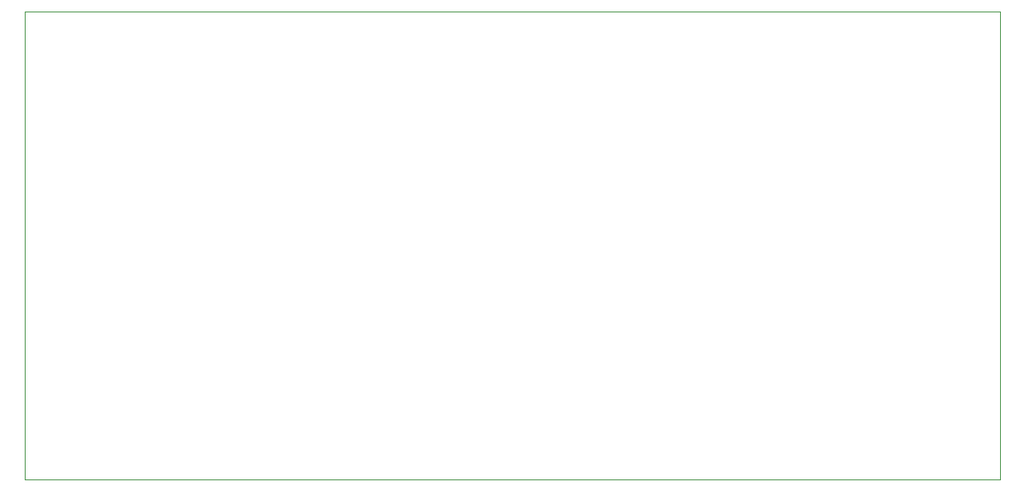
<source format=gbr>
%TF.GenerationSoftware,Altium Limited,Altium Designer,23.3.1 (30)*%
G04 Layer_Color=0*
%FSLAX45Y45*%
%MOMM*%
%TF.SameCoordinates,CD13F5F2-8DFB-4D4D-A102-87722C93DE69*%
%TF.FilePolarity,Positive*%
%TF.FileFunction,Profile,NP*%
%TF.Part,Single*%
G01*
G75*
%TA.AperFunction,Profile*%
%ADD134C,0.02540*%
D134*
X0Y0D02*
Y4800000D01*
X10000000D01*
Y0D01*
X0D01*
%TF.MD5,cb778f501c7045af155d96d1df5b9348*%
M02*

</source>
